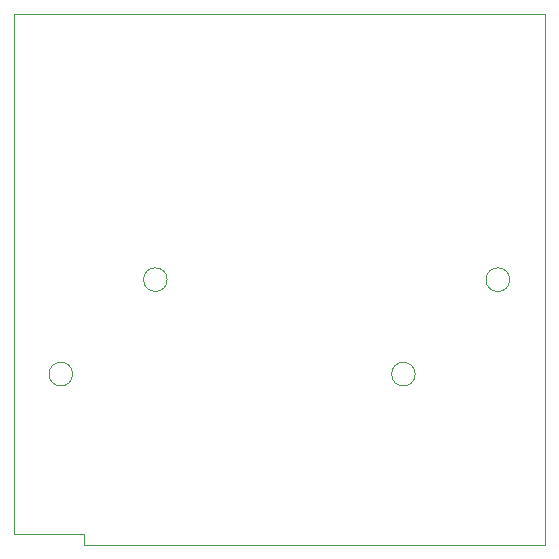
<source format=gm1>
%TF.GenerationSoftware,KiCad,Pcbnew,9.0.2*%
%TF.CreationDate,2025-05-25T16:27:06-07:00*%
%TF.ProjectId,PCB,5043422e-6b69-4636-9164-5f7063625858,rev?*%
%TF.SameCoordinates,Original*%
%TF.FileFunction,Profile,NP*%
%FSLAX46Y46*%
G04 Gerber Fmt 4.6, Leading zero omitted, Abs format (unit mm)*
G04 Created by KiCad (PCBNEW 9.0.2) date 2025-05-25 16:27:06*
%MOMM*%
%LPD*%
G01*
G04 APERTURE LIST*
%TA.AperFunction,Profile*%
%ADD10C,0.050000*%
%TD*%
%TA.AperFunction,Profile*%
%ADD11C,0.100000*%
%TD*%
G04 APERTURE END LIST*
D10*
X47000000Y-91000000D02*
X47000000Y-47000000D01*
X47000000Y-91000000D02*
X53000000Y-91000000D01*
X92000000Y-92000000D02*
X53000000Y-92000000D01*
X92000000Y-47000000D02*
X92000000Y-92000000D01*
X53000000Y-92000000D02*
X53000000Y-91000000D01*
X47000000Y-47000000D02*
X92000000Y-47000000D01*
D11*
%TO.C,SW1*%
X52000000Y-77500000D02*
G75*
G02*
X50000000Y-77500000I-1000000J0D01*
G01*
X50000000Y-77500000D02*
G75*
G02*
X52000000Y-77500000I1000000J0D01*
G01*
X60000000Y-69500000D02*
G75*
G02*
X58000000Y-69500000I-1000000J0D01*
G01*
X58000000Y-69500000D02*
G75*
G02*
X60000000Y-69500000I1000000J0D01*
G01*
%TO.C,SW2*%
X81000000Y-77500000D02*
G75*
G02*
X79000000Y-77500000I-1000000J0D01*
G01*
X79000000Y-77500000D02*
G75*
G02*
X81000000Y-77500000I1000000J0D01*
G01*
X89000000Y-69500000D02*
G75*
G02*
X87000000Y-69500000I-1000000J0D01*
G01*
X87000000Y-69500000D02*
G75*
G02*
X89000000Y-69500000I1000000J0D01*
G01*
%TD*%
M02*

</source>
